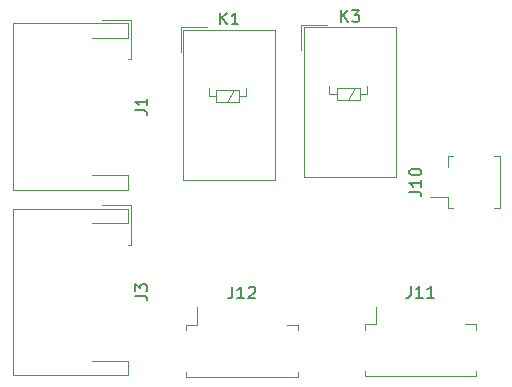
<source format=gbr>
%TF.GenerationSoftware,KiCad,Pcbnew,8.0.5*%
%TF.CreationDate,2025-02-22T06:14:54-05:00*%
%TF.ProjectId,IR Junction,4952204a-756e-4637-9469-6f6e2e6b6963,rev?*%
%TF.SameCoordinates,Original*%
%TF.FileFunction,Legend,Top*%
%TF.FilePolarity,Positive*%
%FSLAX46Y46*%
G04 Gerber Fmt 4.6, Leading zero omitted, Abs format (unit mm)*
G04 Created by KiCad (PCBNEW 8.0.5) date 2025-02-22 06:14:54*
%MOMM*%
%LPD*%
G01*
G04 APERTURE LIST*
%ADD10C,0.150000*%
%ADD11C,0.120000*%
G04 APERTURE END LIST*
D10*
X154331905Y-82194819D02*
X154331905Y-81194819D01*
X154903333Y-82194819D02*
X154474762Y-81623390D01*
X154903333Y-81194819D02*
X154331905Y-81766247D01*
X155236667Y-81194819D02*
X155855714Y-81194819D01*
X155855714Y-81194819D02*
X155522381Y-81575771D01*
X155522381Y-81575771D02*
X155665238Y-81575771D01*
X155665238Y-81575771D02*
X155760476Y-81623390D01*
X155760476Y-81623390D02*
X155808095Y-81671009D01*
X155808095Y-81671009D02*
X155855714Y-81766247D01*
X155855714Y-81766247D02*
X155855714Y-82004342D01*
X155855714Y-82004342D02*
X155808095Y-82099580D01*
X155808095Y-82099580D02*
X155760476Y-82147200D01*
X155760476Y-82147200D02*
X155665238Y-82194819D01*
X155665238Y-82194819D02*
X155379524Y-82194819D01*
X155379524Y-82194819D02*
X155284286Y-82147200D01*
X155284286Y-82147200D02*
X155236667Y-82099580D01*
X144104405Y-82397319D02*
X144104405Y-81397319D01*
X144675833Y-82397319D02*
X144247262Y-81825890D01*
X144675833Y-81397319D02*
X144104405Y-81968747D01*
X145628214Y-82397319D02*
X145056786Y-82397319D01*
X145342500Y-82397319D02*
X145342500Y-81397319D01*
X145342500Y-81397319D02*
X145247262Y-81540176D01*
X145247262Y-81540176D02*
X145152024Y-81635414D01*
X145152024Y-81635414D02*
X145056786Y-81683033D01*
X160104819Y-96559523D02*
X160819104Y-96559523D01*
X160819104Y-96559523D02*
X160961961Y-96607142D01*
X160961961Y-96607142D02*
X161057200Y-96702380D01*
X161057200Y-96702380D02*
X161104819Y-96845237D01*
X161104819Y-96845237D02*
X161104819Y-96940475D01*
X161104819Y-95559523D02*
X161104819Y-96130951D01*
X161104819Y-95845237D02*
X160104819Y-95845237D01*
X160104819Y-95845237D02*
X160247676Y-95940475D01*
X160247676Y-95940475D02*
X160342914Y-96035713D01*
X160342914Y-96035713D02*
X160390533Y-96130951D01*
X160104819Y-94940475D02*
X160104819Y-94845237D01*
X160104819Y-94845237D02*
X160152438Y-94749999D01*
X160152438Y-94749999D02*
X160200057Y-94702380D01*
X160200057Y-94702380D02*
X160295295Y-94654761D01*
X160295295Y-94654761D02*
X160485771Y-94607142D01*
X160485771Y-94607142D02*
X160723866Y-94607142D01*
X160723866Y-94607142D02*
X160914342Y-94654761D01*
X160914342Y-94654761D02*
X161009580Y-94702380D01*
X161009580Y-94702380D02*
X161057200Y-94749999D01*
X161057200Y-94749999D02*
X161104819Y-94845237D01*
X161104819Y-94845237D02*
X161104819Y-94940475D01*
X161104819Y-94940475D02*
X161057200Y-95035713D01*
X161057200Y-95035713D02*
X161009580Y-95083332D01*
X161009580Y-95083332D02*
X160914342Y-95130951D01*
X160914342Y-95130951D02*
X160723866Y-95178570D01*
X160723866Y-95178570D02*
X160485771Y-95178570D01*
X160485771Y-95178570D02*
X160295295Y-95130951D01*
X160295295Y-95130951D02*
X160200057Y-95083332D01*
X160200057Y-95083332D02*
X160152438Y-95035713D01*
X160152438Y-95035713D02*
X160104819Y-94940475D01*
X160240476Y-104554819D02*
X160240476Y-105269104D01*
X160240476Y-105269104D02*
X160192857Y-105411961D01*
X160192857Y-105411961D02*
X160097619Y-105507200D01*
X160097619Y-105507200D02*
X159954762Y-105554819D01*
X159954762Y-105554819D02*
X159859524Y-105554819D01*
X161240476Y-105554819D02*
X160669048Y-105554819D01*
X160954762Y-105554819D02*
X160954762Y-104554819D01*
X160954762Y-104554819D02*
X160859524Y-104697676D01*
X160859524Y-104697676D02*
X160764286Y-104792914D01*
X160764286Y-104792914D02*
X160669048Y-104840533D01*
X162192857Y-105554819D02*
X161621429Y-105554819D01*
X161907143Y-105554819D02*
X161907143Y-104554819D01*
X161907143Y-104554819D02*
X161811905Y-104697676D01*
X161811905Y-104697676D02*
X161716667Y-104792914D01*
X161716667Y-104792914D02*
X161621429Y-104840533D01*
X136904819Y-89683333D02*
X137619104Y-89683333D01*
X137619104Y-89683333D02*
X137761961Y-89730952D01*
X137761961Y-89730952D02*
X137857200Y-89826190D01*
X137857200Y-89826190D02*
X137904819Y-89969047D01*
X137904819Y-89969047D02*
X137904819Y-90064285D01*
X137904819Y-88683333D02*
X137904819Y-89254761D01*
X137904819Y-88969047D02*
X136904819Y-88969047D01*
X136904819Y-88969047D02*
X137047676Y-89064285D01*
X137047676Y-89064285D02*
X137142914Y-89159523D01*
X137142914Y-89159523D02*
X137190533Y-89254761D01*
X145115476Y-104604819D02*
X145115476Y-105319104D01*
X145115476Y-105319104D02*
X145067857Y-105461961D01*
X145067857Y-105461961D02*
X144972619Y-105557200D01*
X144972619Y-105557200D02*
X144829762Y-105604819D01*
X144829762Y-105604819D02*
X144734524Y-105604819D01*
X146115476Y-105604819D02*
X145544048Y-105604819D01*
X145829762Y-105604819D02*
X145829762Y-104604819D01*
X145829762Y-104604819D02*
X145734524Y-104747676D01*
X145734524Y-104747676D02*
X145639286Y-104842914D01*
X145639286Y-104842914D02*
X145544048Y-104890533D01*
X146496429Y-104700057D02*
X146544048Y-104652438D01*
X146544048Y-104652438D02*
X146639286Y-104604819D01*
X146639286Y-104604819D02*
X146877381Y-104604819D01*
X146877381Y-104604819D02*
X146972619Y-104652438D01*
X146972619Y-104652438D02*
X147020238Y-104700057D01*
X147020238Y-104700057D02*
X147067857Y-104795295D01*
X147067857Y-104795295D02*
X147067857Y-104890533D01*
X147067857Y-104890533D02*
X147020238Y-105033390D01*
X147020238Y-105033390D02*
X146448810Y-105604819D01*
X146448810Y-105604819D02*
X147067857Y-105604819D01*
X136904819Y-105383333D02*
X137619104Y-105383333D01*
X137619104Y-105383333D02*
X137761961Y-105430952D01*
X137761961Y-105430952D02*
X137857200Y-105526190D01*
X137857200Y-105526190D02*
X137904819Y-105669047D01*
X137904819Y-105669047D02*
X137904819Y-105764285D01*
X136904819Y-105002380D02*
X136904819Y-104383333D01*
X136904819Y-104383333D02*
X137285771Y-104716666D01*
X137285771Y-104716666D02*
X137285771Y-104573809D01*
X137285771Y-104573809D02*
X137333390Y-104478571D01*
X137333390Y-104478571D02*
X137381009Y-104430952D01*
X137381009Y-104430952D02*
X137476247Y-104383333D01*
X137476247Y-104383333D02*
X137714342Y-104383333D01*
X137714342Y-104383333D02*
X137809580Y-104430952D01*
X137809580Y-104430952D02*
X137857200Y-104478571D01*
X137857200Y-104478571D02*
X137904819Y-104573809D01*
X137904819Y-104573809D02*
X137904819Y-104859523D01*
X137904819Y-104859523D02*
X137857200Y-104954761D01*
X137857200Y-104954761D02*
X137809580Y-105002380D01*
D11*
%TO.C,K3*%
X150970000Y-82440000D02*
X153170000Y-82440000D01*
X150970000Y-84540000D02*
X150970000Y-82440000D01*
X151170000Y-82640000D02*
X158970000Y-82640000D01*
X151170000Y-95340000D02*
X151170000Y-82640000D01*
X153332000Y-87623000D02*
X153332000Y-88258000D01*
X153332000Y-88258000D02*
X153992000Y-88258000D01*
X153992000Y-87750000D02*
X153992000Y-88766000D01*
X153992000Y-88766000D02*
X155897000Y-88766000D01*
X155516000Y-87750000D02*
X154881000Y-88766000D01*
X155897000Y-87750000D02*
X153992000Y-87750000D01*
X155897000Y-87750000D02*
X155897000Y-88766000D01*
X156532000Y-87623000D02*
X156532000Y-88258000D01*
X156532000Y-88258000D02*
X155897000Y-88258000D01*
X158970000Y-82640000D02*
X158970000Y-95340000D01*
X158970000Y-95340000D02*
X151170000Y-95340000D01*
%TO.C,K1*%
X140742500Y-82642500D02*
X142942500Y-82642500D01*
X140742500Y-84742500D02*
X140742500Y-82642500D01*
X140942500Y-82842500D02*
X148742500Y-82842500D01*
X140942500Y-95542500D02*
X140942500Y-82842500D01*
X143104500Y-87825500D02*
X143104500Y-88460500D01*
X143104500Y-88460500D02*
X143764500Y-88460500D01*
X143764500Y-87952500D02*
X143764500Y-88968500D01*
X143764500Y-88968500D02*
X145669500Y-88968500D01*
X145288500Y-87952500D02*
X144653500Y-88968500D01*
X145669500Y-87952500D02*
X143764500Y-87952500D01*
X145669500Y-87952500D02*
X145669500Y-88968500D01*
X146304500Y-87825500D02*
X146304500Y-88460500D01*
X146304500Y-88460500D02*
X145669500Y-88460500D01*
X148742500Y-82842500D02*
X148742500Y-95542500D01*
X148742500Y-95542500D02*
X140942500Y-95542500D01*
%TO.C,J10*%
X163340000Y-97985000D02*
X163340000Y-97035000D01*
X163790000Y-97985000D02*
X163340000Y-97985000D01*
X167310000Y-97985000D02*
X167760000Y-97985000D01*
X167760000Y-97985000D02*
X167760000Y-93515000D01*
X163340000Y-97035000D02*
X161850000Y-97035000D01*
X163340000Y-93515000D02*
X163340000Y-94465000D01*
X163790000Y-93515000D02*
X163340000Y-93515000D01*
X167760000Y-93515000D02*
X167310000Y-93515000D01*
%TO.C,J11*%
X156315000Y-107790000D02*
X157265000Y-107790000D01*
X156315000Y-108240000D02*
X156315000Y-107790000D01*
X156315000Y-111760000D02*
X156315000Y-112210000D01*
X156315000Y-112210000D02*
X165785000Y-112210000D01*
X157265000Y-107790000D02*
X157265000Y-106300000D01*
X165785000Y-107790000D02*
X164835000Y-107790000D01*
X165785000Y-108240000D02*
X165785000Y-107790000D01*
X165785000Y-112210000D02*
X165785000Y-111760000D01*
%TO.C,J1*%
X126540000Y-96410000D02*
X126540000Y-89350000D01*
X136260000Y-96410000D02*
X126540000Y-96410000D01*
X133260000Y-95190000D02*
X136260000Y-95190000D01*
X136260000Y-95190000D02*
X136260000Y-96410000D01*
X136310000Y-85350000D02*
X136560000Y-85350000D01*
X136560000Y-85350000D02*
X136560000Y-81990000D01*
X133260000Y-83510000D02*
X136260000Y-83510000D01*
X136260000Y-83510000D02*
X136260000Y-82290000D01*
X126540000Y-82290000D02*
X126540000Y-89350000D01*
X136260000Y-82290000D02*
X126540000Y-82290000D01*
X136560000Y-81990000D02*
X134060000Y-81990000D01*
%TO.C,J12*%
X141190000Y-107840000D02*
X142140000Y-107840000D01*
X141190000Y-108290000D02*
X141190000Y-107840000D01*
X141190000Y-111810000D02*
X141190000Y-112260000D01*
X141190000Y-112260000D02*
X150660000Y-112260000D01*
X142140000Y-107840000D02*
X142140000Y-106350000D01*
X150660000Y-107840000D02*
X149710000Y-107840000D01*
X150660000Y-108290000D02*
X150660000Y-107840000D01*
X150660000Y-112260000D02*
X150660000Y-111810000D01*
%TO.C,J3*%
X136560000Y-97690000D02*
X134060000Y-97690000D01*
X136260000Y-97990000D02*
X126540000Y-97990000D01*
X126540000Y-97990000D02*
X126540000Y-105050000D01*
X136260000Y-99210000D02*
X136260000Y-97990000D01*
X133260000Y-99210000D02*
X136260000Y-99210000D01*
X136560000Y-101050000D02*
X136560000Y-97690000D01*
X136310000Y-101050000D02*
X136560000Y-101050000D01*
X136260000Y-110890000D02*
X136260000Y-112110000D01*
X133260000Y-110890000D02*
X136260000Y-110890000D01*
X136260000Y-112110000D02*
X126540000Y-112110000D01*
X126540000Y-112110000D02*
X126540000Y-105050000D01*
%TD*%
M02*

</source>
